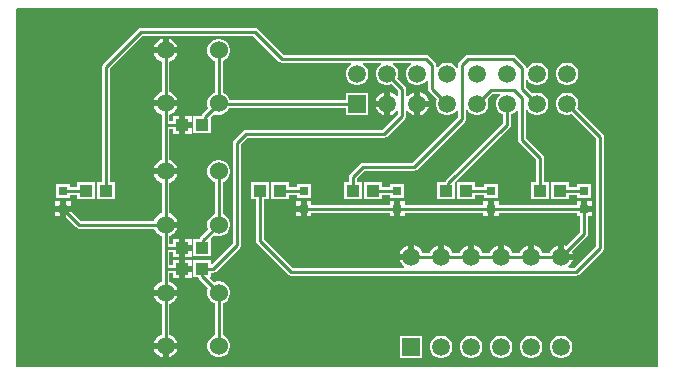
<source format=gtl>
%FSDAX24Y24*%
%MOIN*%
%SFA1B1*%

%IPPOS*%
%ADD10C,0.010000*%
%ADD12C,0.005000*%
%ADD13R,0.043310X0.039370*%
%ADD14R,0.031500X0.031500*%
%ADD22C,0.060000*%
%ADD23R,0.059060X0.059060*%
%ADD24C,0.059060*%
%ADD25R,0.059060X0.059060*%
%ADD26C,0.059060*%
%ADD29C,0.020000*%
%ADD30C,0.040000*%
%ADD31C,0.080000*%
%ADD32C,0.160000*%
%ADD33C,0.320000*%
%ADD34C,0.640000*%
%LNpcb_controlboard-1*%
%LPD*%
G54D12*
X021500Y000148D02*
X000156D01*
Y012043*
X021500*
Y000148*
G54D10*
X021450Y000198D02*
X000206D01*
Y011993*
X021450*
Y000198*
G54D29*
X021350Y000298D02*
X000306D01*
Y011893*
X021350*
Y000298*
G54D30*
X021150Y000498D02*
X000506D01*
Y011693*
X021150*
Y000498*
G54D31*
X020750Y000898D02*
X000906D01*
Y011293*
X020750*
Y000898*
G54D32*
X019950Y001698D02*
X001706D01*
Y010493*
X019950*
Y001698*
G54D33*
X018350Y003298D02*
X003306D01*
Y008893*
X018350*
Y003298*
G54D34*
X015150Y006498D02*
X006506D01*
Y005693*
X015150*
Y006498*
%LNpcb_controlboard-2*%
%LPC*%
G36*
X005214Y011073D02*
Y010785D01*
X005501*
X005486Y010840*
X005434Y010931*
X005359Y011005*
X005268Y011058*
X005214Y011073*
G37*
G36*
X005014D02*
X004959Y011058D01*
X004868Y011005*
X004794Y010931*
X004741Y010840*
X004726Y010785*
X005014*
Y011073*
G37*
G36*
X018549Y010274D02*
X018450D01*
X018355Y010248*
X018270Y010199*
X018200Y010129*
X018151Y010044*
X018126Y009949*
Y009850*
X018151Y009755*
X018200Y009670*
X018270Y009600*
X018355Y009551*
X018450Y009526*
X018549*
X018644Y009551*
X018729Y009600*
X018799Y009670*
X018848Y009755*
X018874Y009850*
Y009949*
X018848Y010044*
X018799Y010129*
X018729Y010199*
X018644Y010248*
X018549Y010274*
G37*
G36*
X008100Y011431D02*
X004300D01*
X004249Y011421*
X004207Y011392*
X003041Y010227*
X003013Y010184*
X003003Y010134*
Y006275*
X002839*
Y005724*
X003429*
Y006275*
X003265*
Y010080*
X004354Y011168*
X008045*
X008907Y010307*
X008949Y010278*
X009000Y010268*
X011290*
X011304Y010218*
X011270Y010199*
X011200Y010129*
X011151Y010044*
X011126Y009949*
Y009850*
X011151Y009755*
X011200Y009670*
X011270Y009600*
X011355Y009551*
X011450Y009526*
X011549*
X011644Y009551*
X011729Y009600*
X011799Y009670*
X011848Y009755*
X011874Y009850*
Y009949*
X011848Y010044*
X011799Y010129*
X011729Y010199*
X011696Y010218*
X011709Y010268*
X012290*
X012304Y010218*
X012270Y010199*
X012200Y010129*
X012151Y010044*
X012126Y009949*
Y009850*
X012151Y009755*
X012200Y009670*
X012270Y009600*
X012355Y009551*
X012450Y009526*
X012549*
X012644Y009551*
X012656Y009558*
X012868Y009345*
Y009151*
X012818Y009138*
X012816Y009142*
X012742Y009216*
X012652Y009268*
X012600Y009282*
Y008900*
Y008517*
X012652Y008531*
X012742Y008583*
X012816Y008657*
X012818Y008661*
X012868Y008648*
Y008554*
X012345Y008031*
X007800*
X007749Y008021*
X007707Y007992*
X007407Y007692*
X007378Y007650*
X007368Y007600*
Y004254*
X006679Y003565*
X006629Y003586*
Y003675*
X006039*
Y003124*
X006208*
X006213Y003101*
X006241Y003058*
X006540Y002759*
X006532Y002746*
X006507Y002649*
Y002550*
X006532Y002453*
X006582Y002367*
X006653Y002296*
X006739Y002247*
X006754Y002243*
Y001185*
X006739Y001181*
X006653Y001131*
X006582Y001060*
X006532Y000974*
X006507Y000878*
Y000778*
X006532Y000682*
X006582Y000595*
X006653Y000525*
X006739Y000475*
X006836Y000449*
X006935*
X007032Y000475*
X007118Y000525*
X007188Y000595*
X007238Y000682*
X007264Y000778*
Y000878*
X007238Y000974*
X007188Y001060*
X007118Y001131*
X007032Y001181*
X007017Y001185*
Y002243*
X007032Y002247*
X007118Y002296*
X007188Y002367*
X007238Y002453*
X007264Y002550*
Y002649*
X007238Y002746*
X007188Y002832*
X007118Y002903*
X007032Y002952*
X006935Y002978*
X006836*
X006739Y002952*
X006726Y002945*
X006593Y003078*
X006612Y003124*
X006629*
Y003268*
X006700*
X006750Y003278*
X006792Y003307*
X007592Y004107*
X007621Y004149*
X007631Y004200*
Y007545*
X007854Y007768*
X012400*
X012450Y007778*
X012492Y007807*
X013092Y008407*
X013121Y008449*
X013131Y008500*
Y008648*
X013181Y008661*
X013183Y008657*
X013257Y008583*
X013347Y008531*
X013400Y008517*
Y008900*
Y009282*
X013347Y009268*
X013257Y009216*
X013183Y009142*
X013181Y009138*
X013131Y009151*
Y009400*
X013121Y009450*
X013092Y009492*
X012841Y009743*
X012848Y009755*
X012874Y009850*
Y009949*
X012848Y010044*
X012799Y010129*
X012729Y010199*
X012696Y010218*
X012709Y010268*
X013290*
X013304Y010218*
X013270Y010199*
X013200Y010129*
X013151Y010044*
X013126Y009949*
Y009850*
X013151Y009755*
X013200Y009670*
X013270Y009600*
X013355Y009551*
X013450Y009526*
X013549*
X013644Y009551*
X013729Y009600*
X013799Y009670*
X013818Y009704*
X013868Y009690*
Y009400*
X013878Y009349*
X013907Y009307*
X014158Y009056*
X014151Y009044*
X014126Y008949*
Y008850*
X014151Y008755*
X014200Y008670*
X014270Y008600*
X014355Y008551*
X014450Y008526*
X014549*
X014644Y008551*
X014729Y008600*
X014799Y008670*
X014818Y008704*
X014868Y008690*
Y008454*
X013345Y006931*
X011700*
X011649Y006921*
X011607Y006892*
X011272Y006558*
X011244Y006515*
X011234Y006465*
Y006275*
X011070*
Y005724*
X011660*
Y006275*
X011496*
Y006411*
X011754Y006668*
X013400*
X013450Y006678*
X013492Y006707*
X015092Y008307*
X015121Y008349*
X015131Y008400*
Y008690*
X015181Y008704*
X015200Y008670*
X015270Y008600*
X015355Y008551*
X015450Y008526*
X015549*
X015644Y008551*
X015729Y008600*
X015799Y008670*
X015848Y008755*
X015874Y008850*
Y008949*
X015848Y009044*
X015841Y009056*
X016026Y009240*
X016249*
X016261Y009190*
X016200Y009129*
X016151Y009044*
X016126Y008949*
Y008850*
X016151Y008755*
X016200Y008670*
X016270Y008600*
X016355Y008551*
X016368Y008548*
Y008254*
X014449Y006335*
X014421Y006292*
X014417Y006275*
X014170*
Y005724*
X014760*
Y006275*
X016592Y008107*
X016621Y008149*
X016631Y008200*
Y008548*
X016644Y008551*
X016729Y008600*
X016799Y008670*
X016818Y008704*
X016868Y008690*
Y007700*
X016878Y007649*
X016907Y007607*
X017468Y007045*
Y006275*
X017304*
Y005724*
X017895*
Y006275*
X017731*
Y007100*
X017721Y007150*
X017692Y007192*
X017131Y007754*
Y008690*
X017181Y008704*
X017200Y008670*
X017270Y008600*
X017355Y008551*
X017450Y008526*
X017549*
X017644Y008551*
X017729Y008600*
X017799Y008670*
X017848Y008755*
X017874Y008850*
Y008949*
X017848Y009044*
X017799Y009129*
X017729Y009199*
X017644Y009248*
X017549Y009274*
X017450*
X017355Y009248*
X017343Y009241*
X017131Y009454*
Y009690*
X017181Y009704*
X017200Y009670*
X017270Y009600*
X017355Y009551*
X017450Y009526*
X017549*
X017644Y009551*
X017729Y009600*
X017799Y009670*
X017848Y009755*
X017874Y009850*
Y009949*
X017848Y010044*
X017799Y010129*
X017729Y010199*
X017644Y010248*
X017549Y010274*
X017450*
X017355Y010248*
X017270Y010199*
X017200Y010129*
X017181Y010096*
X017148Y010098*
X017129Y010107*
X017121Y010150*
X017092Y010192*
X016792Y010492*
X016750Y010521*
X016700Y010531*
X015200*
X015149Y010521*
X015107Y010492*
X014907Y010292*
X014878Y010250*
X014868Y010200*
Y010109*
X014818Y010096*
X014799Y010129*
X014729Y010199*
X014644Y010248*
X014549Y010274*
X014450*
X014355Y010248*
X014270Y010199*
X014200Y010129*
X014181Y010096*
X014131Y010109*
Y010200*
X014121Y010250*
X014092Y010292*
X013892Y010492*
X013850Y010521*
X013800Y010531*
X009054*
X008192Y011392*
X008150Y011421*
X008100Y011431*
G37*
G36*
X005501Y010585D02*
X005114D01*
X004726*
X004741Y010531*
X004794Y010440*
X004868Y010365*
X004959Y010313*
X004982Y010306*
Y009293*
X004959Y009286*
X004868Y009234*
X004794Y009159*
X004741Y009068*
X004726Y009014*
X005114*
X005501*
X005486Y009068*
X005434Y009159*
X005359Y009234*
X005268Y009286*
X005245Y009293*
Y010306*
X005268Y010313*
X005359Y010365*
X005434Y010440*
X005486Y010531*
X005501Y010585*
G37*
G36*
X013600Y009282D02*
Y009000D01*
X013882*
X013868Y009052*
X013816Y009142*
X013742Y009216*
X013652Y009268*
X013600Y009282*
G37*
G36*
X012400D02*
X012347Y009268D01*
X012257Y009216*
X012183Y009142*
X012131Y009052*
X012117Y009000*
X012400*
Y009282*
G37*
G36*
X006935Y011064D02*
X006836D01*
X006739Y011038*
X006653Y010988*
X006582Y010918*
X006532Y010832*
X006507Y010735*
Y010636*
X006532Y010539*
X006582Y010453*
X006653Y010382*
X006739Y010332*
X006754Y010328*
Y009271*
X006739Y009267*
X006653Y009217*
X006582Y009146*
X006532Y009060*
X006507Y008964*
Y008864*
X006532Y008768*
X006540Y008754*
X006321Y008535*
X006292Y008492*
X006289Y008475*
X006039*
Y007924*
X006629*
Y008472*
X006726Y008569*
X006739Y008561*
X006836Y008535*
X006935*
X007032Y008561*
X007118Y008611*
X007188Y008681*
X007238Y008768*
X007239Y008768*
X011126*
Y008526*
X011874*
Y009274*
X011126*
Y009031*
X007246*
X007238Y009060*
X007188Y009146*
X007118Y009217*
X007032Y009267*
X007017Y009271*
Y010328*
X007032Y010332*
X007118Y010382*
X007188Y010453*
X007238Y010539*
X007264Y010636*
Y010735*
X007238Y010832*
X007188Y010918*
X007118Y010988*
X007032Y011038*
X006935Y011064*
G37*
G36*
X013882Y008800D02*
X013600D01*
Y008517*
X013652Y008531*
X013742Y008583*
X013816Y008657*
X013868Y008747*
X013882Y008800*
G37*
G36*
X012400D02*
X012117D01*
X012131Y008747*
X012183Y008657*
X012257Y008583*
X012347Y008531*
X012400Y008517*
Y008800*
G37*
G36*
X005981Y008496D02*
X005765D01*
Y008300*
X005981*
Y008496*
G37*
G36*
Y008100D02*
X005765D01*
Y007903*
X005981*
Y008100*
G37*
G36*
X005501Y008814D02*
X005114D01*
X004726*
X004741Y008759*
X004794Y008668*
X004868Y008594*
X004959Y008541*
X004982Y008535*
Y008200*
Y007021*
X004959Y007015*
X004868Y006963*
X004794Y006888*
X004741Y006797*
X004726Y006742*
X005114*
X005501*
X005486Y006797*
X005434Y006888*
X005359Y006963*
X005268Y007015*
X005245Y007021*
Y008068*
X005348*
Y007903*
X005565*
Y008200*
Y008496*
X005348*
Y008331*
X005245*
Y008535*
X005268Y008541*
X005359Y008594*
X005434Y008668*
X005486Y008759*
X005501Y008814*
G37*
G36*
X002760Y006275D02*
X002170D01*
Y006126*
X001936*
Y006231*
X001463*
Y005759*
X001936*
Y005864*
X002170*
Y005724*
X002760*
Y006275*
G37*
G36*
X018564D02*
X017974D01*
Y005724*
X018564*
Y005868*
X018838*
Y005759*
X019311*
Y006231*
X018838*
Y006131*
X018564*
Y006275*
G37*
G36*
X015429D02*
X014839D01*
Y005724*
X015429*
Y005868*
X015720*
Y005759*
X016193*
Y006231*
X015720*
Y006131*
X015429*
Y006275*
G37*
G36*
X012329D02*
X011739D01*
Y005724*
X012329*
Y005868*
X012602*
Y005759*
X013075*
Y006231*
X012602*
Y006131*
X012329*
Y006275*
G37*
G36*
X009229D02*
X008639D01*
Y005724*
X009229*
Y005868*
X009485*
Y005759*
X009957*
Y006231*
X009485*
Y006131*
X009229*
Y006275*
G37*
G36*
X018974Y005662D02*
X018817D01*
Y005536*
X016214*
Y005662*
X016057*
Y005404*
Y005147*
X016214*
Y005273*
X018817*
Y005147*
X018943*
Y004629*
X018471Y004157*
X018452Y004168*
X018400Y004182*
Y003900*
X018682*
X018668Y003952*
X018657Y003971*
X019167Y004482*
X019196Y004524*
X019206Y004574*
Y005147*
X019332*
Y005304*
X019074*
Y005404*
X018974*
Y005662*
G37*
G36*
X015857D02*
X015699D01*
Y005536*
X013096*
Y005662*
X012939*
Y005404*
Y005147*
X013096*
Y005273*
X015699*
Y005147*
X015857*
Y005404*
Y005662*
G37*
G36*
X012739D02*
X012581D01*
Y005536*
X009978*
Y005662*
X009821*
Y005404*
Y005147*
X009978*
Y005273*
X012581*
Y005147*
X012739*
Y005404*
Y005662*
G37*
G36*
X019332D02*
X019174D01*
Y005504*
X019332*
Y005662*
G37*
G36*
X001957D02*
X001800D01*
Y005504*
X001957*
Y005662*
G37*
G36*
X009621D02*
X009463D01*
Y005504*
X009621*
Y005662*
G37*
G36*
X001600D02*
X001442D01*
Y005504*
X001600*
Y005662*
G37*
G36*
X009621Y005304D02*
X009463D01*
Y005147*
X009621*
Y005304*
G37*
G36*
X001600D02*
X001442D01*
Y005147*
X001600*
Y005304*
G37*
G36*
X005501Y006542D02*
X005114D01*
X004726*
X004741Y006488*
X004794Y006397*
X004868Y006322*
X004959Y006270*
X004982Y006264*
Y005250*
X004959Y005244*
X004868Y005191*
X004794Y005116*
X004741Y005025*
X004735Y005002*
X002287*
X001985Y005304*
X001800*
Y005119*
X002140Y004778*
X002183Y004750*
X002233Y004740*
X004735*
X004741Y004716*
X004794Y004625*
X004868Y004551*
X004959Y004498*
X004982Y004492*
Y004100*
Y003350*
Y002978*
X004959Y002972*
X004868Y002920*
X004794Y002845*
X004741Y002754*
X004726Y002700*
X005114*
X005501*
X005486Y002754*
X005434Y002845*
X005359Y002920*
X005268Y002972*
X005245Y002978*
Y003268*
X005348*
Y003103*
X005565*
Y003400*
Y003696*
X005348*
Y003531*
X005245*
Y003968*
X005348*
Y003803*
X005565*
Y004100*
Y004396*
X005348*
Y004231*
X005245*
Y004492*
X005268Y004498*
X005359Y004551*
X005434Y004625*
X005486Y004716*
X005501Y004771*
X005114*
Y004971*
X005501*
X005486Y005025*
X005434Y005116*
X005359Y005191*
X005268Y005244*
X005245Y005250*
Y006264*
X005268Y006270*
X005359Y006322*
X005434Y006397*
X005486Y006488*
X005501Y006542*
G37*
G36*
X006935Y007021D02*
X006836D01*
X006739Y006995*
X006653Y006946*
X006582Y006875*
X006532Y006789*
X006507Y006692*
Y006593*
X006532Y006496*
X006582Y006410*
X006653Y006339*
X006739Y006290*
X006754Y006286*
Y005228*
X006739Y005224*
X006653Y005174*
X006582Y005103*
X006532Y005017*
X006507Y004921*
Y004821*
X006532Y004725*
X006540Y004711*
X006264Y004435*
X006235Y004392*
X006232Y004375*
X006039*
Y003824*
X006629*
Y004375*
X006614Y004413*
X006726Y004526*
X006739Y004518*
X006836Y004492*
X006935*
X007032Y004518*
X007118Y004568*
X007188Y004638*
X007238Y004725*
X007264Y004821*
Y004921*
X007238Y005017*
X007188Y005103*
X007118Y005174*
X007032Y005224*
X007017Y005228*
Y006286*
X007032Y006290*
X007118Y006339*
X007188Y006410*
X007238Y006496*
X007264Y006593*
Y006692*
X007238Y006789*
X007188Y006875*
X007118Y006946*
X007032Y006995*
X006935Y007021*
G37*
G36*
X005981Y004396D02*
X005765D01*
Y004200*
X005981*
Y004396*
G37*
G36*
X013200Y004182D02*
X013147Y004168D01*
X013057Y004116*
X012983Y004042*
X012931Y003952*
X012917Y003900*
X013200*
Y004182*
G37*
G36*
X005981Y004000D02*
X005765D01*
Y003803*
X005981*
Y004000*
G37*
G36*
Y003696D02*
X005765D01*
Y003500*
X005981*
Y003696*
G37*
G36*
X018549Y009274D02*
X018450D01*
X018355Y009248*
X018270Y009199*
X018200Y009129*
X018151Y009044*
X018126Y008949*
Y008850*
X018151Y008755*
X018200Y008670*
X018270Y008600*
X018355Y008551*
X018450Y008526*
X018549*
X018644Y008551*
X018656Y008558*
X019468Y007745*
Y004154*
X018745Y003431*
X018551*
X018538Y003481*
X018542Y003483*
X018616Y003557*
X018668Y003647*
X018682Y003700*
X018300*
Y003800*
X018200*
Y004182*
X018147Y004168*
X018057Y004116*
X017983Y004042*
X017931Y003952*
X017926Y003931*
X017674*
X017668Y003952*
X017616Y004042*
X017542Y004116*
X017452Y004168*
X017400Y004182*
Y003800*
X017200*
Y004182*
X017147Y004168*
X017057Y004116*
X016983Y004042*
X016931Y003952*
X016926Y003931*
X016674*
X016668Y003952*
X016616Y004042*
X016542Y004116*
X016452Y004168*
X016400Y004182*
Y003800*
X016200*
Y004182*
X016147Y004168*
X016057Y004116*
X015983Y004042*
X015931Y003952*
X015925Y003931*
X015674*
X015668Y003952*
X015616Y004042*
X015542Y004116*
X015452Y004168*
X015400Y004182*
Y003800*
X015200*
Y004182*
X015147Y004168*
X015057Y004116*
X014983Y004042*
X014931Y003952*
X014925Y003931*
X014674*
X014668Y003952*
X014616Y004042*
X014542Y004116*
X014452Y004168*
X014400Y004182*
Y003800*
X014200*
Y004182*
X014147Y004168*
X014057Y004116*
X013983Y004042*
X013931Y003952*
X013926Y003931*
X013674*
X013668Y003952*
X013616Y004042*
X013542Y004116*
X013452Y004168*
X013400Y004182*
Y003800*
X013300*
Y003700*
X012917*
X012931Y003647*
X012983Y003557*
X013057Y003483*
X013061Y003481*
X013048Y003431*
X009354*
X008396Y004389*
Y005724*
X008560*
Y006275*
X007970*
Y005724*
X008134*
Y004334*
X008144Y004284*
X008172Y004241*
X009207Y003207*
X009249Y003178*
X009300Y003168*
X018800*
X018850Y003178*
X018892Y003207*
X019692Y004007*
X019721Y004049*
X019731Y004100*
Y007800*
X019721Y007850*
X019692Y007892*
X018841Y008743*
X018848Y008755*
X018874Y008850*
Y008949*
X018848Y009044*
X018799Y009129*
X018729Y009199*
X018644Y009248*
X018549Y009274*
G37*
G36*
X005981Y003300D02*
X005765D01*
Y003103*
X005981*
Y003300*
G37*
G36*
X005501Y002500D02*
X005114D01*
X004726*
X004741Y002445*
X004794Y002354*
X004868Y002279*
X004959Y002227*
X004982Y002221*
Y001207*
X004959Y001201*
X004868Y001148*
X004794Y001074*
X004741Y000982*
X004726Y000928*
X005114*
X005501*
X005486Y000982*
X005434Y001074*
X005359Y001148*
X005268Y001201*
X005245Y001207*
Y002221*
X005268Y002227*
X005359Y002279*
X005434Y002354*
X005486Y002445*
X005501Y002500*
G37*
G36*
Y000728D02*
X005214D01*
Y000441*
X005268Y000455*
X005359Y000508*
X005434Y000582*
X005486Y000674*
X005501Y000728*
G37*
G36*
X005014D02*
X004726D01*
X004741Y000674*
X004794Y000582*
X004868Y000508*
X004959Y000455*
X005014Y000441*
Y000728*
G37*
G36*
X018349Y001174D02*
X018250D01*
X018155Y001148*
X018070Y001099*
X018000Y001029*
X017951Y000944*
X017926Y000849*
Y000750*
X017951Y000655*
X018000Y000570*
X018070Y000500*
X018155Y000451*
X018250Y000426*
X018349*
X018444Y000451*
X018529Y000500*
X018599Y000570*
X018648Y000655*
X018674Y000750*
Y000849*
X018648Y000944*
X018599Y001029*
X018529Y001099*
X018444Y001148*
X018349Y001174*
G37*
G36*
X017349D02*
X017250D01*
X017155Y001148*
X017070Y001099*
X017000Y001029*
X016951Y000944*
X016926Y000849*
Y000750*
X016951Y000655*
X017000Y000570*
X017070Y000500*
X017155Y000451*
X017250Y000426*
X017349*
X017444Y000451*
X017529Y000500*
X017599Y000570*
X017648Y000655*
X017674Y000750*
Y000849*
X017648Y000944*
X017599Y001029*
X017529Y001099*
X017444Y001148*
X017349Y001174*
G37*
G36*
X016349D02*
X016250D01*
X016155Y001148*
X016070Y001099*
X016000Y001029*
X015951Y000944*
X015926Y000849*
Y000750*
X015951Y000655*
X016000Y000570*
X016070Y000500*
X016155Y000451*
X016250Y000426*
X016349*
X016444Y000451*
X016529Y000500*
X016599Y000570*
X016648Y000655*
X016674Y000750*
Y000849*
X016648Y000944*
X016599Y001029*
X016529Y001099*
X016444Y001148*
X016349Y001174*
G37*
G36*
X015349D02*
X015250D01*
X015155Y001148*
X015070Y001099*
X015000Y001029*
X014951Y000944*
X014926Y000849*
Y000750*
X014951Y000655*
X015000Y000570*
X015070Y000500*
X015155Y000451*
X015250Y000426*
X015349*
X015444Y000451*
X015529Y000500*
X015599Y000570*
X015648Y000655*
X015674Y000750*
Y000849*
X015648Y000944*
X015599Y001029*
X015529Y001099*
X015444Y001148*
X015349Y001174*
G37*
G36*
X014349D02*
X014250D01*
X014155Y001148*
X014070Y001099*
X014000Y001029*
X013951Y000944*
X013926Y000849*
Y000750*
X013951Y000655*
X014000Y000570*
X014070Y000500*
X014155Y000451*
X014250Y000426*
X014349*
X014444Y000451*
X014529Y000500*
X014599Y000570*
X014648Y000655*
X014674Y000750*
Y000849*
X014648Y000944*
X014599Y001029*
X014529Y001099*
X014444Y001148*
X014349Y001174*
G37*
G36*
X013674D02*
X012926D01*
Y000426*
X013674*
Y001174*
G37*
%LNpcb_controlboard-3*%
%LPD*%
G54D10*
X001700Y005404D02*
X002233Y004871D01*
X005114*
X003134Y006000D02*
Y010134D01*
X004300Y011300D02*
X008100D01*
X003134Y010134D02*
X004300Y011300D01*
X008100D02*
X009000Y010400D01*
X013800*
X014000Y010200*
Y009400D02*
Y010200D01*
Y009400D02*
X014500Y008900D01*
X015200Y010400D02*
X016700D01*
X015000Y010200D02*
X015200Y010400D01*
X016700D02*
X017000Y010100D01*
X013400Y006800D02*
X015000Y008400D01*
Y010200*
X011700Y006800D02*
X013400D01*
X016500Y008200D02*
Y008900D01*
X014542Y006242D02*
X016500Y008200D01*
X014542Y006077D02*
Y006242D01*
X014465Y006000D02*
X014542Y006077D01*
X017000Y009400D02*
X017500Y008900D01*
X017000Y009400D02*
Y010100D01*
X015972Y009372D02*
X016728D01*
X017000Y009100*
X015500Y008900D02*
X015972Y009372D01*
X017000Y007700D02*
Y009100D01*
Y007700D02*
X017600Y007100D01*
X008265Y004334D02*
Y006000D01*
Y004334D02*
X009300Y003300D01*
X018800*
X019600Y004100*
X018500Y008900D02*
X019600Y007800D01*
Y004100D02*
Y007800D01*
X015957Y005404D02*
X019074D01*
X012839D02*
X015957D01*
X009721D02*
X012839D01*
X011365Y006000D02*
Y006465D01*
X011700Y006800*
X005114Y003350D02*
Y004100D01*
Y002600D02*
Y003350D01*
X005164Y003400D02*
X005665D01*
X005114Y003350D02*
X005164Y003400D01*
X005114Y004100D02*
Y004871D01*
Y004100D02*
X005665D01*
X005114Y008200D02*
Y008914D01*
Y006642D02*
Y008200D01*
X005665*
X005114Y004871D02*
Y006642D01*
Y008914D02*
Y010685D01*
Y000828D02*
Y002600D01*
X006334Y003400D02*
X006700D01*
X007500Y004200D02*
Y007600D01*
X006700Y003400D02*
X007500Y004200D01*
Y007600D02*
X007800Y007900D01*
X012400*
X013000Y008500*
Y009400*
X012500Y009900D02*
X013000Y009400D01*
X006334Y003151D02*
X006885Y002600D01*
X006334Y003151D02*
Y003400D01*
X006885Y000828D02*
Y002600D01*
X006356Y004122D02*
Y004342D01*
X006885Y004871*
X006334Y004100D02*
X006356Y004122D01*
X006885Y004871D02*
Y006642D01*
X006900Y006657*
Y008900D02*
X011500D01*
X006885Y008914D02*
X006900Y008900D01*
X006885Y008914D02*
Y010685D01*
X006414Y008442D02*
X006885Y008914D01*
X006334Y008200D02*
X006414Y008279D01*
Y008442*
X001700Y005995D02*
X002460D01*
X002465Y006000*
X019070D02*
X019074Y005995D01*
X018269Y006000D02*
X019070D01*
X015134D02*
X015952D01*
X015957Y005995*
X012834Y006000D02*
X012839Y005995D01*
X012034Y006000D02*
X012834D01*
X009716D02*
X009721Y005995D01*
X008934Y006000D02*
X009716D01*
X017300Y003800D02*
X018300D01*
X016300D02*
X017300D01*
X015300D02*
X016300D01*
X014300D02*
X015300D01*
X013300D02*
X014300D01*
X019074Y004574D02*
Y005404D01*
X018300Y003800D02*
X019074Y004574D01*
X017600Y006000D02*
Y007100D01*
G54D13*
X008934Y006000D03*
X008265D03*
X005665Y008200D03*
X006334D03*
X005665Y004100D03*
X006334D03*
X005665Y003400D03*
X006334D03*
X012034Y006000D03*
X011365D03*
X015134D03*
X014465D03*
X018269D03*
X017600D03*
X002465D03*
X003134D03*
G54D14*
X015957Y005404D03*
Y005995D03*
X019074Y005404D03*
Y005995D03*
X009721Y005404D03*
Y005995D03*
X012839Y005404D03*
Y005995D03*
X001700Y005404D03*
Y005995D03*
G54D22*
X005114Y010685D03*
X006885D03*
X005114Y008914D03*
X006885D03*
X005114Y006642D03*
X006885D03*
X005114Y004871D03*
X006885D03*
X005114Y002600D03*
X006885D03*
X005114Y000828D03*
X006885D03*
G54D23*
X011500Y008900D03*
G54D24*
X011500Y009900D03*
X012500Y008900D03*
Y009900D03*
X013500Y008900D03*
Y009900D03*
X014500Y008900D03*
Y009900D03*
X015500Y008900D03*
Y009900D03*
X016500Y008900D03*
Y009900D03*
X017500Y008900D03*
Y009900D03*
X018500Y008900D03*
Y009900D03*
X018300Y000800D03*
X013300Y003800D03*
X014300D03*
X015300D03*
X016300D03*
X017300D03*
X018300D03*
G54D25*
X013300Y000800D03*
G54D26*
X014300Y000800D03*
X015300D03*
X016300D03*
X017300D03*
M02*
</source>
